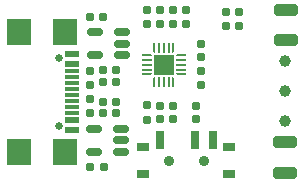
<source format=gts>
%TF.GenerationSoftware,KiCad,Pcbnew,(6.0.9)*%
%TF.CreationDate,2023-06-25T00:46:12+02:00*%
%TF.ProjectId,keyring_beerclock,6b657972-696e-4675-9f62-656572636c6f,rev?*%
%TF.SameCoordinates,Original*%
%TF.FileFunction,Soldermask,Top*%
%TF.FilePolarity,Negative*%
%FSLAX46Y46*%
G04 Gerber Fmt 4.6, Leading zero omitted, Abs format (unit mm)*
G04 Created by KiCad (PCBNEW (6.0.9)) date 2023-06-25 00:46:12*
%MOMM*%
%LPD*%
G01*
G04 APERTURE LIST*
G04 Aperture macros list*
%AMRoundRect*
0 Rectangle with rounded corners*
0 $1 Rounding radius*
0 $2 $3 $4 $5 $6 $7 $8 $9 X,Y pos of 4 corners*
0 Add a 4 corners polygon primitive as box body*
4,1,4,$2,$3,$4,$5,$6,$7,$8,$9,$2,$3,0*
0 Add four circle primitives for the rounded corners*
1,1,$1+$1,$2,$3*
1,1,$1+$1,$4,$5*
1,1,$1+$1,$6,$7*
1,1,$1+$1,$8,$9*
0 Add four rect primitives between the rounded corners*
20,1,$1+$1,$2,$3,$4,$5,0*
20,1,$1+$1,$4,$5,$6,$7,0*
20,1,$1+$1,$6,$7,$8,$9,0*
20,1,$1+$1,$8,$9,$2,$3,0*%
%AMFreePoly0*
4,1,14,0.334644,0.085355,0.385355,0.034644,0.400000,-0.000711,0.400000,-0.050000,0.385355,-0.085355,0.350000,-0.100000,-0.350000,-0.100000,-0.385355,-0.085355,-0.400000,-0.050000,-0.400000,0.050000,-0.385355,0.085355,-0.350000,0.100000,0.299289,0.100000,0.334644,0.085355,0.334644,0.085355,$1*%
%AMFreePoly1*
4,1,14,0.385355,0.085355,0.400000,0.050000,0.400000,0.000711,0.385355,-0.034644,0.334644,-0.085355,0.299289,-0.100000,-0.350000,-0.100000,-0.385355,-0.085355,-0.400000,-0.050000,-0.400000,0.050000,-0.385355,0.085355,-0.350000,0.100000,0.350000,0.100000,0.385355,0.085355,0.385355,0.085355,$1*%
%AMFreePoly2*
4,1,14,0.085355,0.385355,0.100000,0.350000,0.100000,-0.350000,0.085355,-0.385355,0.050000,-0.400000,-0.050000,-0.400000,-0.085355,-0.385355,-0.100000,-0.350000,-0.100000,0.299289,-0.085355,0.334644,-0.034644,0.385355,0.000711,0.400000,0.050000,0.400000,0.085355,0.385355,0.085355,0.385355,$1*%
%AMFreePoly3*
4,1,14,0.034644,0.385355,0.085355,0.334644,0.100000,0.299289,0.100000,-0.350000,0.085355,-0.385355,0.050000,-0.400000,-0.050000,-0.400000,-0.085355,-0.385355,-0.100000,-0.350000,-0.100000,0.350000,-0.085355,0.385355,-0.050000,0.400000,-0.000711,0.400000,0.034644,0.385355,0.034644,0.385355,$1*%
%AMFreePoly4*
4,1,14,0.385355,0.085355,0.400000,0.050000,0.400000,-0.050000,0.385355,-0.085355,0.350000,-0.100000,-0.299289,-0.100000,-0.334644,-0.085355,-0.385355,-0.034644,-0.400000,0.000711,-0.400000,0.050000,-0.385355,0.085355,-0.350000,0.100000,0.350000,0.100000,0.385355,0.085355,0.385355,0.085355,$1*%
%AMFreePoly5*
4,1,14,0.385355,0.085355,0.400000,0.050000,0.400000,-0.050000,0.385355,-0.085355,0.350000,-0.100000,-0.350000,-0.100000,-0.385355,-0.085355,-0.400000,-0.050000,-0.400000,-0.000711,-0.385355,0.034644,-0.334644,0.085355,-0.299289,0.100000,0.350000,0.100000,0.385355,0.085355,0.385355,0.085355,$1*%
%AMFreePoly6*
4,1,14,0.085355,0.385355,0.100000,0.350000,0.100000,-0.299289,0.085355,-0.334644,0.034644,-0.385355,-0.000711,-0.400000,-0.050000,-0.400000,-0.085355,-0.385355,-0.100000,-0.350000,-0.100000,0.350000,-0.085355,0.385355,-0.050000,0.400000,0.050000,0.400000,0.085355,0.385355,0.085355,0.385355,$1*%
%AMFreePoly7*
4,1,14,0.085355,0.385355,0.100000,0.350000,0.100000,-0.350000,0.085355,-0.385355,0.050000,-0.400000,0.000711,-0.400000,-0.034644,-0.385355,-0.085355,-0.334644,-0.100000,-0.299289,-0.100000,0.350000,-0.085355,0.385355,-0.050000,0.400000,0.050000,0.400000,0.085355,0.385355,0.085355,0.385355,$1*%
G04 Aperture macros list end*
%ADD10RoundRect,0.250000X0.750000X-0.250000X0.750000X0.250000X-0.750000X0.250000X-0.750000X-0.250000X0*%
%ADD11C,1.000000*%
%ADD12R,1.000000X0.800000*%
%ADD13C,0.900000*%
%ADD14R,0.700000X1.500000*%
%ADD15RoundRect,0.150000X0.512500X0.150000X-0.512500X0.150000X-0.512500X-0.150000X0.512500X-0.150000X0*%
%ADD16RoundRect,0.155000X0.155000X-0.212500X0.155000X0.212500X-0.155000X0.212500X-0.155000X-0.212500X0*%
%ADD17FreePoly0,180.000000*%
%ADD18RoundRect,0.050000X0.350000X0.050000X-0.350000X0.050000X-0.350000X-0.050000X0.350000X-0.050000X0*%
%ADD19FreePoly1,180.000000*%
%ADD20FreePoly2,180.000000*%
%ADD21RoundRect,0.050000X0.050000X0.350000X-0.050000X0.350000X-0.050000X-0.350000X0.050000X-0.350000X0*%
%ADD22FreePoly3,180.000000*%
%ADD23FreePoly4,180.000000*%
%ADD24FreePoly5,180.000000*%
%ADD25FreePoly6,180.000000*%
%ADD26FreePoly7,180.000000*%
%ADD27R,1.700000X1.700000*%
%ADD28RoundRect,0.155000X-0.212500X-0.155000X0.212500X-0.155000X0.212500X0.155000X-0.212500X0.155000X0*%
%ADD29RoundRect,0.160000X0.160000X-0.197500X0.160000X0.197500X-0.160000X0.197500X-0.160000X-0.197500X0*%
%ADD30RoundRect,0.160000X-0.160000X0.197500X-0.160000X-0.197500X0.160000X-0.197500X0.160000X0.197500X0*%
%ADD31RoundRect,0.155000X0.212500X0.155000X-0.212500X0.155000X-0.212500X-0.155000X0.212500X-0.155000X0*%
%ADD32RoundRect,0.160000X-0.197500X-0.160000X0.197500X-0.160000X0.197500X0.160000X-0.197500X0.160000X0*%
%ADD33RoundRect,0.155000X-0.155000X0.212500X-0.155000X-0.212500X0.155000X-0.212500X0.155000X0.212500X0*%
%ADD34C,0.650000*%
%ADD35R,1.150000X0.600000*%
%ADD36R,1.150000X0.300000*%
%ADD37R,2.000000X2.180000*%
G04 APERTURE END LIST*
D10*
%TO.C,J7*%
X153300000Y-68100000D03*
%TD*%
%TO.C,J6*%
X153300000Y-70660000D03*
%TD*%
D11*
%TO.C,J5*%
X153200001Y-77504761D03*
%TD*%
%TO.C,J4*%
X153200001Y-74944761D03*
%TD*%
%TO.C,J3*%
X153200001Y-72384761D03*
%TD*%
D10*
%TO.C,J2*%
X153200000Y-79300000D03*
%TD*%
%TO.C,J1*%
X153200000Y-81860000D03*
%TD*%
D12*
%TO.C,SW1*%
X148520000Y-79720000D03*
X148520000Y-81930000D03*
D13*
X143370000Y-80830000D03*
D12*
X141220000Y-79720000D03*
X141220000Y-81930000D03*
D13*
X146370000Y-80830000D03*
D14*
X142620000Y-79070000D03*
X145620000Y-79070000D03*
X147120000Y-79070000D03*
%TD*%
D15*
%TO.C,U3*%
X139397500Y-71870000D03*
X139397500Y-70920000D03*
X139397500Y-69970000D03*
X137122500Y-69970000D03*
X137122500Y-71870000D03*
%TD*%
D16*
%TO.C,C12*%
X146085000Y-72092500D03*
X146085000Y-70957500D03*
%TD*%
%TO.C,C5*%
X143700000Y-68102975D03*
X143700000Y-69237975D03*
%TD*%
D17*
%TO.C,U4*%
X144420000Y-73520000D03*
D18*
X144420000Y-73120000D03*
X144420000Y-72720000D03*
X144420000Y-72320000D03*
D19*
X144420000Y-71920000D03*
D20*
X143770000Y-71270000D03*
D21*
X143370000Y-71270000D03*
X142970000Y-71270000D03*
X142570000Y-71270000D03*
D22*
X142170000Y-71270000D03*
D23*
X141520000Y-71920000D03*
D18*
X141520000Y-72320000D03*
X141520000Y-72720000D03*
X141520000Y-73120000D03*
D24*
X141520000Y-73520000D03*
D25*
X142170000Y-74170000D03*
D21*
X142570000Y-74170000D03*
X142970000Y-74170000D03*
X143370000Y-74170000D03*
D26*
X143770000Y-74170000D03*
D27*
X142970000Y-72720000D03*
%TD*%
D28*
%TO.C,C8*%
X136702500Y-68660000D03*
X137837500Y-68660000D03*
%TD*%
D16*
%TO.C,C2*%
X143700000Y-76189640D03*
X143700000Y-77324640D03*
%TD*%
D29*
%TO.C,R3*%
X141500000Y-76159640D03*
X141500000Y-77354640D03*
%TD*%
D16*
%TO.C,C6*%
X144800000Y-69237975D03*
X144800000Y-68102975D03*
%TD*%
D30*
%TO.C,R10*%
X136670000Y-75602500D03*
X136670000Y-76797500D03*
%TD*%
D31*
%TO.C,C4*%
X138927500Y-76840000D03*
X137792500Y-76840000D03*
%TD*%
D30*
%TO.C,R4*%
X141500000Y-68072975D03*
X141500000Y-69267975D03*
%TD*%
D29*
%TO.C,R11*%
X136670000Y-73242500D03*
X136670000Y-74437500D03*
%TD*%
D15*
%TO.C,U2*%
X139352500Y-80070000D03*
X139352500Y-79120000D03*
X139352500Y-78170000D03*
X137077500Y-78170000D03*
X137077500Y-80070000D03*
%TD*%
D31*
%TO.C,C10*%
X137792500Y-73200000D03*
X138927500Y-73200000D03*
%TD*%
D32*
%TO.C,R1*%
X136672500Y-81390000D03*
X137867500Y-81390000D03*
%TD*%
D16*
%TO.C,C1*%
X145700000Y-77324640D03*
X145700000Y-76189640D03*
%TD*%
D31*
%TO.C,C7*%
X137792500Y-75840000D03*
X138927500Y-75840000D03*
%TD*%
D29*
%TO.C,R8*%
X148210000Y-69477500D03*
X148210000Y-68282500D03*
%TD*%
D33*
%TO.C,C9*%
X142600000Y-77324640D03*
X142600000Y-76189640D03*
%TD*%
%TO.C,C11*%
X146085000Y-73257500D03*
X146085000Y-74392500D03*
%TD*%
D34*
%TO.C,J8*%
X134105000Y-77910000D03*
X134105000Y-72130000D03*
D35*
X135175000Y-71820000D03*
X135175000Y-78220000D03*
X135175000Y-72620000D03*
X135175000Y-77420000D03*
D36*
X135175000Y-73770000D03*
X135175000Y-74770000D03*
X135175000Y-75270000D03*
X135175000Y-76270000D03*
X135175000Y-76770000D03*
X135175000Y-75770000D03*
X135175000Y-74270000D03*
X135175000Y-73270000D03*
D37*
X130705000Y-80130000D03*
X130705000Y-69910000D03*
X134605000Y-80130000D03*
X134605000Y-69910000D03*
%TD*%
D29*
%TO.C,R2*%
X142600000Y-68072975D03*
X142600000Y-69267975D03*
%TD*%
D31*
%TO.C,C3*%
X138927500Y-74200000D03*
X137792500Y-74200000D03*
%TD*%
D30*
%TO.C,R9*%
X149330000Y-68282500D03*
X149330000Y-69477500D03*
%TD*%
M02*

</source>
